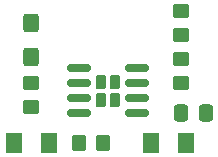
<source format=gbr>
%TF.GenerationSoftware,KiCad,Pcbnew,7.0.8*%
%TF.CreationDate,2023-10-11T13:53:52-07:00*%
%TF.ProjectId,PCB_555_Timer,5043425f-3535-4355-9f54-696d65722e6b,rev?*%
%TF.SameCoordinates,Original*%
%TF.FileFunction,Paste,Top*%
%TF.FilePolarity,Positive*%
%FSLAX46Y46*%
G04 Gerber Fmt 4.6, Leading zero omitted, Abs format (unit mm)*
G04 Created by KiCad (PCBNEW 7.0.8) date 2023-10-11 13:53:52*
%MOMM*%
%LPD*%
G01*
G04 APERTURE LIST*
G04 Aperture macros list*
%AMRoundRect*
0 Rectangle with rounded corners*
0 $1 Rounding radius*
0 $2 $3 $4 $5 $6 $7 $8 $9 X,Y pos of 4 corners*
0 Add a 4 corners polygon primitive as box body*
4,1,4,$2,$3,$4,$5,$6,$7,$8,$9,$2,$3,0*
0 Add four circle primitives for the rounded corners*
1,1,$1+$1,$2,$3*
1,1,$1+$1,$4,$5*
1,1,$1+$1,$6,$7*
1,1,$1+$1,$8,$9*
0 Add four rect primitives between the rounded corners*
20,1,$1+$1,$2,$3,$4,$5,0*
20,1,$1+$1,$4,$5,$6,$7,0*
20,1,$1+$1,$6,$7,$8,$9,0*
20,1,$1+$1,$8,$9,$2,$3,0*%
G04 Aperture macros list end*
%ADD10RoundRect,0.150000X-0.825000X-0.150000X0.825000X-0.150000X0.825000X0.150000X-0.825000X0.150000X0*%
%ADD11RoundRect,0.230000X-0.230000X-0.375000X0.230000X-0.375000X0.230000X0.375000X-0.230000X0.375000X0*%
%ADD12RoundRect,0.250000X-0.350000X-0.450000X0.350000X-0.450000X0.350000X0.450000X-0.350000X0.450000X0*%
%ADD13RoundRect,0.250000X0.450000X-0.350000X0.450000X0.350000X-0.450000X0.350000X-0.450000X-0.350000X0*%
%ADD14RoundRect,0.250000X-0.450000X0.350000X-0.450000X-0.350000X0.450000X-0.350000X0.450000X0.350000X0*%
%ADD15RoundRect,0.250001X0.462499X0.624999X-0.462499X0.624999X-0.462499X-0.624999X0.462499X-0.624999X0*%
%ADD16RoundRect,0.250001X-0.462499X-0.624999X0.462499X-0.624999X0.462499X0.624999X-0.462499X0.624999X0*%
%ADD17RoundRect,0.250000X-0.337500X-0.475000X0.337500X-0.475000X0.337500X0.475000X-0.337500X0.475000X0*%
%ADD18RoundRect,0.250000X0.425000X-0.537500X0.425000X0.537500X-0.425000X0.537500X-0.425000X-0.537500X0*%
G04 APERTURE END LIST*
D10*
%TO.C,U1*%
X148682500Y-100375000D03*
X148682500Y-101645000D03*
X148682500Y-102915000D03*
X148682500Y-104185000D03*
X143732500Y-104185000D03*
X143732500Y-102915000D03*
X143732500Y-101645000D03*
X143732500Y-100375000D03*
D11*
X145637500Y-103030000D03*
X146777500Y-101530000D03*
X146777500Y-103030000D03*
X145637500Y-101530000D03*
%TD*%
D12*
%TO.C,R4*%
X143780000Y-106680000D03*
X145780000Y-106680000D03*
%TD*%
D13*
%TO.C,R3*%
X139700000Y-103600000D03*
X139700000Y-101600000D03*
%TD*%
D14*
%TO.C,R2*%
X152400000Y-99600000D03*
X152400000Y-101600000D03*
%TD*%
%TO.C,R1*%
X152400000Y-95520000D03*
X152400000Y-97520000D03*
%TD*%
D15*
%TO.C,D2*%
X152835000Y-106680000D03*
X149860000Y-106680000D03*
%TD*%
D16*
%TO.C,D1*%
X138212500Y-106680000D03*
X141187500Y-106680000D03*
%TD*%
D17*
%TO.C,C2*%
X154475000Y-104140000D03*
X152400000Y-104140000D03*
%TD*%
D18*
%TO.C,C1*%
X139700000Y-96520000D03*
X139700000Y-99395000D03*
%TD*%
M02*

</source>
